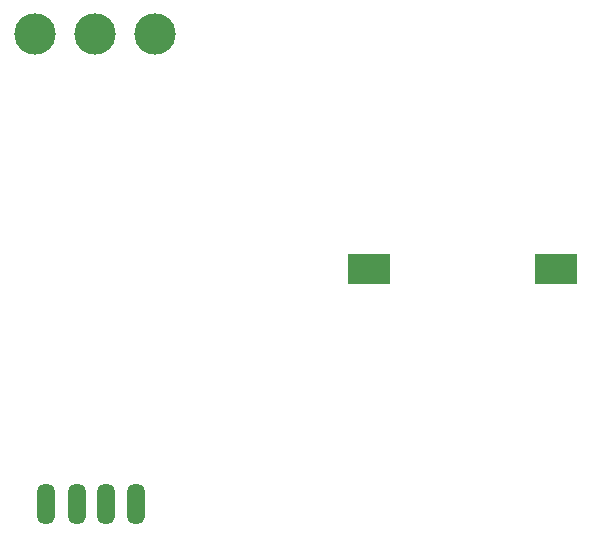
<source format=gbr>
%TF.GenerationSoftware,KiCad,Pcbnew,(6.0.0)*%
%TF.CreationDate,2023-02-03T10:22:37+01:00*%
%TF.ProjectId,boneIO - input WT32,626f6e65-494f-4202-9d20-696e70757420,rev?*%
%TF.SameCoordinates,Original*%
%TF.FileFunction,Paste,Bot*%
%TF.FilePolarity,Positive*%
%FSLAX46Y46*%
G04 Gerber Fmt 4.6, Leading zero omitted, Abs format (unit mm)*
G04 Created by KiCad (PCBNEW (6.0.0)) date 2023-02-03 10:22:37*
%MOMM*%
%LPD*%
G01*
G04 APERTURE LIST*
%ADD10R,3.540000X2.600000*%
%ADD11R,3.660000X2.600000*%
%ADD12O,1.500000X3.500000*%
%ADD13C,3.500000*%
G04 APERTURE END LIST*
D10*
%TO.C,BT1*%
X229990000Y-85990000D03*
D11*
X245790000Y-85990000D03*
%TD*%
D12*
%TO.C,U16*%
X210280000Y-105890000D03*
X207770000Y-105890000D03*
X205250000Y-105890000D03*
X202680000Y-105890000D03*
D13*
X211890000Y-66100000D03*
X206820000Y-66100000D03*
X201700000Y-66100000D03*
%TD*%
M02*

</source>
